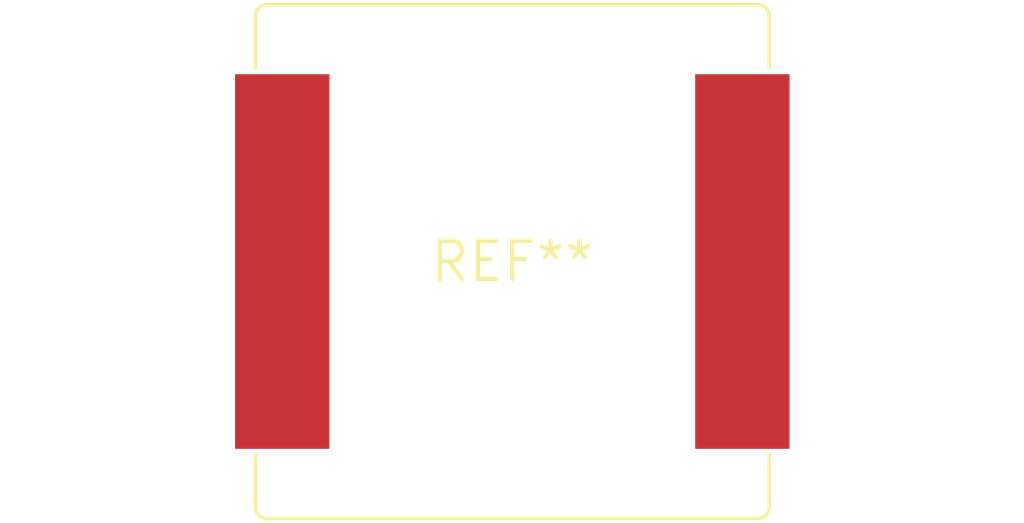
<source format=kicad_pcb>
(kicad_pcb (version 20240108) (generator pcbnew)
  (layers (0 "F.Cu" signal) (31 "B.Cu" signal) (34 "B.Paste" user) (35 "F.Paste" user) (36 "B.SilkS" user "B.Silkscreen") (37 "F.SilkS" user "F.Silkscreen") (38 "B.Mask" user) (39 "F.Mask" user) (44 "Edge.Cuts" user))
  (net 0 "")
  (footprint "L_Bourns_SRP1770TA_16.9x16.9mm" (layer "F.Cu") (at 0 0)
    (property "Reference" "REF**")
    (property "Value" "L_Bourns_SRP1770TA_16.9x16.9mm")
    (fp_line (start -8.57 -8.2) (end -8.57 -6.45) (layer "F.SilkS") (stroke (width 0.12)))
    (fp_line (start -8.57 6.45) (end -8.57 8.2) (layer "F.SilkS") (stroke (width 0.12)))
    (fp_line (start -8.2 -8.57) (end 8.2 -8.57) (layer "F.SilkS") (stroke (width 0.12)))
    (fp_line (start 8.2 8.57) (end -8.2 8.57) (layer "F.SilkS") (stroke (width 0.12)))
    (fp_line (start 8.57 -8.2) (end 8.57 -6.45) (layer "F.SilkS") (stroke (width 0.12)))
    (fp_line (start 8.57 6.45) (end 8.57 8.2) (layer "F.SilkS") (stroke (width 0.12)))
    (fp_arc (start -8.57 -8.2) (mid -8.46163 -8.46163) (end -8.2 -8.57) (layer "F.SilkS") (stroke (width 0.12)))
    (fp_arc (start -8.2 8.571214) (mid -8.451658 8.472888) (end -8.57 8.23) (layer "F.SilkS") (stroke (width 0.12)))
    (fp_arc (start 8.209248 -8.569884) (mid 8.464879 -8.458339) (end 8.57 -8.2) (layer "F.SilkS") (stroke (width 0.12)))
    (fp_arc (start 8.570135 8.2) (mid 8.458165 8.465237) (end 8.19 8.57) (layer "F.SilkS") (stroke (width 0.12)))
    (pad "1" smd rect (at -7.675 0) (size 3.15 12.5) (layers "F.Cu" "F.Paste" "F.Mask"))
    (pad "2" smd rect (at 7.675 0) (size 3.15 12.5) (layers "F.Cu" "F.Paste" "F.Mask"))
  )
)
</source>
